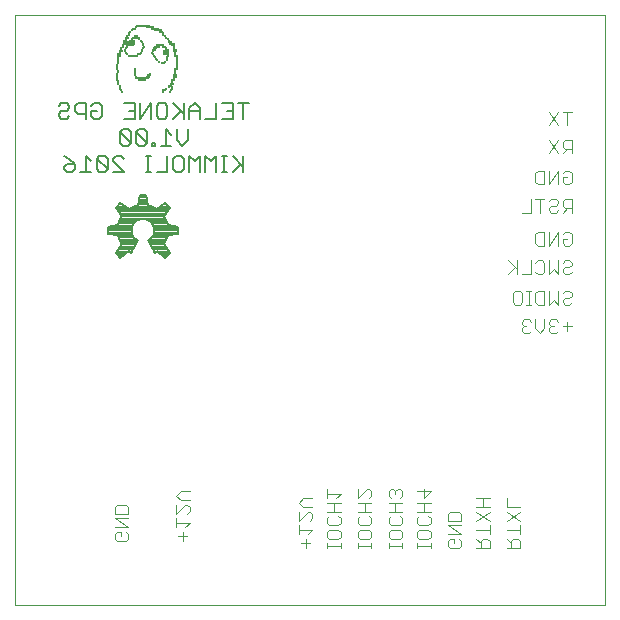
<source format=gbo>
G75*
%MOIN*%
%OFA0B0*%
%FSLAX25Y25*%
%IPPOS*%
%LPD*%
%AMOC8*
5,1,8,0,0,1.08239X$1,22.5*
%
%ADD10C,0.00000*%
%ADD11C,0.00400*%
%ADD12C,0.00500*%
%ADD13C,0.00787*%
%ADD14R,0.00500X0.00500*%
%ADD15R,0.01000X0.00500*%
%ADD16R,0.01500X0.00500*%
%ADD17R,0.02500X0.00500*%
%ADD18R,0.04500X0.00500*%
%ADD19R,0.03500X0.00500*%
%ADD20R,0.02000X0.00500*%
%ADD21R,0.03000X0.00500*%
%ADD22R,0.04000X0.00500*%
D10*
X0000000Y0000000D02*
X0000000Y0196850D01*
X0196850Y0196850D01*
X0196850Y0000000D01*
X0000000Y0000000D01*
D11*
X0033271Y0022214D02*
X0033271Y0023722D01*
X0034025Y0024477D01*
X0035533Y0024477D01*
X0035533Y0022968D01*
X0034025Y0021460D02*
X0033271Y0022214D01*
X0034025Y0021460D02*
X0037042Y0021460D01*
X0037796Y0022214D01*
X0037796Y0023722D01*
X0037042Y0024477D01*
X0037796Y0025991D02*
X0033271Y0029008D01*
X0037796Y0029008D01*
X0037796Y0030523D02*
X0037796Y0032785D01*
X0037042Y0033539D01*
X0034025Y0033539D01*
X0033271Y0032785D01*
X0033271Y0030523D01*
X0037796Y0030523D01*
X0037796Y0025991D02*
X0033271Y0025991D01*
X0053743Y0025991D02*
X0053743Y0029008D01*
X0053743Y0027500D02*
X0058268Y0027500D01*
X0056760Y0025991D01*
X0056006Y0024477D02*
X0056006Y0021460D01*
X0057514Y0022968D02*
X0054497Y0022968D01*
X0053743Y0030523D02*
X0056760Y0033539D01*
X0057514Y0033539D01*
X0058268Y0032785D01*
X0058268Y0031277D01*
X0057514Y0030523D01*
X0053743Y0030523D02*
X0053743Y0033539D01*
X0055252Y0035054D02*
X0053743Y0036562D01*
X0055252Y0038071D01*
X0058268Y0038071D01*
X0058268Y0035054D02*
X0055252Y0035054D01*
X0094688Y0034200D02*
X0096197Y0035709D01*
X0099213Y0035709D01*
X0099213Y0032692D02*
X0096197Y0032692D01*
X0094688Y0034200D01*
X0094688Y0031177D02*
X0094688Y0028160D01*
X0097705Y0031177D01*
X0098459Y0031177D01*
X0099213Y0030423D01*
X0099213Y0028915D01*
X0098459Y0028160D01*
X0099213Y0025137D02*
X0094688Y0025137D01*
X0094688Y0023629D02*
X0094688Y0026646D01*
X0097705Y0023629D02*
X0099213Y0025137D01*
X0096951Y0022114D02*
X0096951Y0019098D01*
X0098459Y0020606D02*
X0095442Y0020606D01*
X0104137Y0020606D02*
X0104137Y0019098D01*
X0104137Y0019852D02*
X0108662Y0019852D01*
X0108662Y0019098D02*
X0108662Y0020606D01*
X0107908Y0022119D02*
X0104891Y0022119D01*
X0104137Y0022873D01*
X0104137Y0024381D01*
X0104891Y0025135D01*
X0107908Y0025135D01*
X0108662Y0024381D01*
X0108662Y0022873D01*
X0107908Y0022119D01*
X0107908Y0026650D02*
X0104891Y0026650D01*
X0104137Y0027404D01*
X0104137Y0028913D01*
X0104891Y0029667D01*
X0104137Y0031181D02*
X0108662Y0031181D01*
X0107908Y0029667D02*
X0108662Y0028913D01*
X0108662Y0027404D01*
X0107908Y0026650D01*
X0106400Y0031181D02*
X0106400Y0034198D01*
X0107154Y0035713D02*
X0108662Y0037221D01*
X0104137Y0037221D01*
X0104137Y0035713D02*
X0104137Y0038730D01*
X0104137Y0034198D02*
X0108662Y0034198D01*
X0114373Y0034198D02*
X0118898Y0034198D01*
X0118144Y0035713D02*
X0118898Y0036467D01*
X0118898Y0037975D01*
X0118144Y0038730D01*
X0117390Y0038730D01*
X0114373Y0035713D01*
X0114373Y0038730D01*
X0116636Y0034198D02*
X0116636Y0031181D01*
X0118144Y0029667D02*
X0118898Y0028913D01*
X0118898Y0027404D01*
X0118144Y0026650D01*
X0115127Y0026650D01*
X0114373Y0027404D01*
X0114373Y0028913D01*
X0115127Y0029667D01*
X0114373Y0031181D02*
X0118898Y0031181D01*
X0118144Y0025135D02*
X0115127Y0025135D01*
X0114373Y0024381D01*
X0114373Y0022873D01*
X0115127Y0022119D01*
X0118144Y0022119D01*
X0118898Y0022873D01*
X0118898Y0024381D01*
X0118144Y0025135D01*
X0118898Y0020606D02*
X0118898Y0019098D01*
X0118898Y0019852D02*
X0114373Y0019852D01*
X0114373Y0019098D02*
X0114373Y0020606D01*
X0124609Y0020606D02*
X0124609Y0019098D01*
X0124609Y0019852D02*
X0129135Y0019852D01*
X0129135Y0019098D02*
X0129135Y0020606D01*
X0128380Y0022119D02*
X0125364Y0022119D01*
X0124609Y0022873D01*
X0124609Y0024381D01*
X0125364Y0025135D01*
X0128380Y0025135D01*
X0129135Y0024381D01*
X0129135Y0022873D01*
X0128380Y0022119D01*
X0128380Y0026650D02*
X0125364Y0026650D01*
X0124609Y0027404D01*
X0124609Y0028913D01*
X0125364Y0029667D01*
X0124609Y0031181D02*
X0129135Y0031181D01*
X0128380Y0029667D02*
X0129135Y0028913D01*
X0129135Y0027404D01*
X0128380Y0026650D01*
X0126872Y0031181D02*
X0126872Y0034198D01*
X0125364Y0035713D02*
X0124609Y0036467D01*
X0124609Y0037975D01*
X0125364Y0038730D01*
X0126118Y0038730D01*
X0126872Y0037975D01*
X0126872Y0037221D01*
X0126872Y0037975D02*
X0127626Y0038730D01*
X0128380Y0038730D01*
X0129135Y0037975D01*
X0129135Y0036467D01*
X0128380Y0035713D01*
X0129135Y0034198D02*
X0124609Y0034198D01*
X0134058Y0034198D02*
X0138583Y0034198D01*
X0136321Y0034198D02*
X0136321Y0031181D01*
X0137829Y0029667D02*
X0138583Y0028913D01*
X0138583Y0027404D01*
X0137829Y0026650D01*
X0134812Y0026650D01*
X0134058Y0027404D01*
X0134058Y0028913D01*
X0134812Y0029667D01*
X0134058Y0031181D02*
X0138583Y0031181D01*
X0144294Y0030423D02*
X0144294Y0028160D01*
X0148820Y0028160D01*
X0148820Y0030423D01*
X0148065Y0031177D01*
X0145049Y0031177D01*
X0144294Y0030423D01*
X0144294Y0026646D02*
X0148820Y0026646D01*
X0148820Y0023629D02*
X0144294Y0026646D01*
X0144294Y0023629D02*
X0148820Y0023629D01*
X0148065Y0022114D02*
X0148820Y0021360D01*
X0148820Y0019852D01*
X0148065Y0019098D01*
X0145049Y0019098D01*
X0144294Y0019852D01*
X0144294Y0021360D01*
X0145049Y0022114D01*
X0146557Y0022114D01*
X0146557Y0020606D01*
X0138583Y0020606D02*
X0138583Y0019098D01*
X0138583Y0019852D02*
X0134058Y0019852D01*
X0134058Y0019098D02*
X0134058Y0020606D01*
X0134812Y0022119D02*
X0134058Y0022873D01*
X0134058Y0024381D01*
X0134812Y0025135D01*
X0137829Y0025135D01*
X0138583Y0024381D01*
X0138583Y0022873D01*
X0137829Y0022119D01*
X0134812Y0022119D01*
X0136321Y0035713D02*
X0136321Y0038730D01*
X0138583Y0037975D02*
X0136321Y0035713D01*
X0138583Y0037975D02*
X0134058Y0037975D01*
X0153743Y0035709D02*
X0158268Y0035709D01*
X0156006Y0035709D02*
X0156006Y0032692D01*
X0158268Y0032692D02*
X0153743Y0032692D01*
X0153743Y0031177D02*
X0158268Y0028160D01*
X0158268Y0026646D02*
X0158268Y0023629D01*
X0158268Y0025137D02*
X0153743Y0025137D01*
X0153743Y0028160D02*
X0158268Y0031177D01*
X0163980Y0031177D02*
X0168505Y0028160D01*
X0168505Y0026646D02*
X0168505Y0023629D01*
X0168505Y0025137D02*
X0163980Y0025137D01*
X0163980Y0028160D02*
X0168505Y0031177D01*
X0168505Y0032692D02*
X0163980Y0032692D01*
X0163980Y0035709D01*
X0163980Y0022114D02*
X0165488Y0020606D01*
X0165488Y0021360D02*
X0165488Y0019098D01*
X0163980Y0019098D02*
X0168505Y0019098D01*
X0168505Y0021360D01*
X0167750Y0022114D01*
X0166242Y0022114D01*
X0165488Y0021360D01*
X0158268Y0021360D02*
X0158268Y0019098D01*
X0153743Y0019098D01*
X0155252Y0019098D02*
X0155252Y0021360D01*
X0156006Y0022114D01*
X0157514Y0022114D01*
X0158268Y0021360D01*
X0155252Y0020606D02*
X0153743Y0022114D01*
X0169770Y0090751D02*
X0171278Y0090751D01*
X0172033Y0091505D01*
X0173547Y0092260D02*
X0173547Y0095276D01*
X0172033Y0094522D02*
X0171278Y0095276D01*
X0169770Y0095276D01*
X0169016Y0094522D01*
X0169016Y0093768D01*
X0169770Y0093014D01*
X0169016Y0092260D01*
X0169016Y0091505D01*
X0169770Y0090751D01*
X0169770Y0093014D02*
X0170524Y0093014D01*
X0173547Y0092260D02*
X0175056Y0090751D01*
X0176564Y0092260D01*
X0176564Y0095276D01*
X0178079Y0094522D02*
X0178079Y0093768D01*
X0178833Y0093014D01*
X0178079Y0092260D01*
X0178079Y0091505D01*
X0178833Y0090751D01*
X0180341Y0090751D01*
X0181095Y0091505D01*
X0179587Y0093014D02*
X0178833Y0093014D01*
X0178079Y0094522D02*
X0178833Y0095276D01*
X0180341Y0095276D01*
X0181095Y0094522D01*
X0182610Y0093014D02*
X0185627Y0093014D01*
X0184118Y0094522D02*
X0184118Y0091505D01*
X0183364Y0100200D02*
X0184873Y0100200D01*
X0185627Y0100954D01*
X0184873Y0102463D02*
X0183364Y0102463D01*
X0182610Y0101708D01*
X0182610Y0100954D01*
X0183364Y0100200D01*
X0181095Y0100200D02*
X0179587Y0101708D01*
X0178079Y0100200D01*
X0178079Y0104725D01*
X0176564Y0104725D02*
X0174301Y0104725D01*
X0173547Y0103971D01*
X0173547Y0100954D01*
X0174301Y0100200D01*
X0176564Y0100200D01*
X0176564Y0104725D01*
X0181095Y0104725D02*
X0181095Y0100200D01*
X0182610Y0103971D02*
X0183364Y0104725D01*
X0184873Y0104725D01*
X0185627Y0103971D01*
X0185627Y0103217D01*
X0184873Y0102463D01*
X0184873Y0110436D02*
X0183364Y0110436D01*
X0182610Y0111190D01*
X0182610Y0111945D01*
X0183364Y0112699D01*
X0184873Y0112699D01*
X0185627Y0113453D01*
X0185627Y0114207D01*
X0184873Y0114961D01*
X0183364Y0114961D01*
X0182610Y0114207D01*
X0181095Y0114961D02*
X0181095Y0110436D01*
X0179587Y0111945D01*
X0178079Y0110436D01*
X0178079Y0114961D01*
X0176564Y0114207D02*
X0176564Y0111190D01*
X0175810Y0110436D01*
X0174301Y0110436D01*
X0173547Y0111190D01*
X0172033Y0110436D02*
X0169016Y0110436D01*
X0167501Y0110436D02*
X0167501Y0114961D01*
X0166747Y0112699D02*
X0164484Y0110436D01*
X0167501Y0111945D02*
X0164484Y0114961D01*
X0172033Y0114961D02*
X0172033Y0110436D01*
X0173547Y0114207D02*
X0174301Y0114961D01*
X0175810Y0114961D01*
X0176564Y0114207D01*
X0176564Y0119885D02*
X0174301Y0119885D01*
X0173547Y0120639D01*
X0173547Y0123656D01*
X0174301Y0124410D01*
X0176564Y0124410D01*
X0176564Y0119885D01*
X0178079Y0119885D02*
X0178079Y0124410D01*
X0181095Y0124410D02*
X0178079Y0119885D01*
X0181095Y0119885D02*
X0181095Y0124410D01*
X0182610Y0123656D02*
X0183364Y0124410D01*
X0184873Y0124410D01*
X0185627Y0123656D01*
X0185627Y0120639D01*
X0184873Y0119885D01*
X0183364Y0119885D01*
X0182610Y0120639D01*
X0182610Y0122148D01*
X0184118Y0122148D01*
X0182610Y0130909D02*
X0184118Y0132417D01*
X0183364Y0132417D02*
X0185627Y0132417D01*
X0185627Y0130909D02*
X0185627Y0135434D01*
X0183364Y0135434D01*
X0182610Y0134680D01*
X0182610Y0133171D01*
X0183364Y0132417D01*
X0181095Y0131663D02*
X0180341Y0130909D01*
X0178833Y0130909D01*
X0178079Y0131663D01*
X0178079Y0132417D01*
X0178833Y0133171D01*
X0180341Y0133171D01*
X0181095Y0133925D01*
X0181095Y0134680D01*
X0180341Y0135434D01*
X0178833Y0135434D01*
X0178079Y0134680D01*
X0176564Y0135434D02*
X0173547Y0135434D01*
X0175056Y0135434D02*
X0175056Y0130909D01*
X0172033Y0130909D02*
X0169016Y0130909D01*
X0172033Y0130909D02*
X0172033Y0135434D01*
X0174301Y0140357D02*
X0173547Y0141112D01*
X0173547Y0144128D01*
X0174301Y0144883D01*
X0176564Y0144883D01*
X0176564Y0140357D01*
X0174301Y0140357D01*
X0178079Y0140357D02*
X0178079Y0144883D01*
X0181095Y0144883D02*
X0178079Y0140357D01*
X0181095Y0140357D02*
X0181095Y0144883D01*
X0182610Y0144128D02*
X0183364Y0144883D01*
X0184873Y0144883D01*
X0185627Y0144128D01*
X0185627Y0141112D01*
X0184873Y0140357D01*
X0183364Y0140357D01*
X0182610Y0141112D01*
X0182610Y0142620D01*
X0184118Y0142620D01*
X0182610Y0150594D02*
X0184118Y0152102D01*
X0183364Y0152102D02*
X0185627Y0152102D01*
X0185627Y0150594D02*
X0185627Y0155119D01*
X0183364Y0155119D01*
X0182610Y0154365D01*
X0182610Y0152856D01*
X0183364Y0152102D01*
X0181095Y0150594D02*
X0178079Y0155119D01*
X0181095Y0155119D02*
X0178079Y0150594D01*
X0178079Y0160043D02*
X0181095Y0164568D01*
X0182610Y0164568D02*
X0185627Y0164568D01*
X0184118Y0164568D02*
X0184118Y0160043D01*
X0181095Y0160043D02*
X0178079Y0164568D01*
X0185627Y0111190D02*
X0184873Y0110436D01*
X0172033Y0104725D02*
X0170524Y0104725D01*
X0171278Y0104725D02*
X0171278Y0100200D01*
X0170524Y0100200D02*
X0172033Y0100200D01*
X0169012Y0100954D02*
X0168257Y0100200D01*
X0166749Y0100200D01*
X0165995Y0100954D01*
X0165995Y0103971D01*
X0166749Y0104725D01*
X0168257Y0104725D01*
X0169012Y0103971D01*
X0169012Y0100954D01*
D12*
X0076233Y0144344D02*
X0076233Y0149755D01*
X0075331Y0147050D02*
X0072626Y0144344D01*
X0070795Y0144344D02*
X0068992Y0144344D01*
X0069894Y0144344D02*
X0069894Y0149755D01*
X0070795Y0149755D02*
X0068992Y0149755D01*
X0067170Y0149755D02*
X0065367Y0147951D01*
X0063563Y0149755D01*
X0063563Y0144344D01*
X0061732Y0144344D02*
X0061732Y0149755D01*
X0059929Y0147951D01*
X0058126Y0149755D01*
X0058126Y0144344D01*
X0056295Y0145246D02*
X0055393Y0144344D01*
X0053590Y0144344D01*
X0052688Y0145246D01*
X0052688Y0148853D01*
X0053590Y0149755D01*
X0055393Y0149755D01*
X0056295Y0148853D01*
X0056295Y0145246D01*
X0050857Y0144344D02*
X0047250Y0144344D01*
X0045419Y0144344D02*
X0043616Y0144344D01*
X0044518Y0144344D02*
X0044518Y0149755D01*
X0045419Y0149755D02*
X0043616Y0149755D01*
X0043158Y0153203D02*
X0041355Y0153203D01*
X0040453Y0154104D01*
X0040453Y0157711D01*
X0044060Y0154104D01*
X0043158Y0153203D01*
X0044060Y0154104D02*
X0044060Y0157711D01*
X0043158Y0158613D01*
X0041355Y0158613D01*
X0040453Y0157711D01*
X0038622Y0157711D02*
X0037720Y0158613D01*
X0035917Y0158613D01*
X0035015Y0157711D01*
X0038622Y0154104D01*
X0037720Y0153203D01*
X0035917Y0153203D01*
X0035015Y0154104D01*
X0035015Y0157711D01*
X0038622Y0157711D02*
X0038622Y0154104D01*
X0035455Y0149755D02*
X0036356Y0148853D01*
X0035455Y0149755D02*
X0033651Y0149755D01*
X0032750Y0148853D01*
X0032750Y0147951D01*
X0036356Y0144344D01*
X0032750Y0144344D01*
X0030919Y0145246D02*
X0027312Y0148853D01*
X0027312Y0145246D01*
X0028214Y0144344D01*
X0030017Y0144344D01*
X0030919Y0145246D01*
X0030919Y0148853D01*
X0030017Y0149755D01*
X0028214Y0149755D01*
X0027312Y0148853D01*
X0025481Y0147951D02*
X0023678Y0149755D01*
X0023678Y0144344D01*
X0025481Y0144344D02*
X0021874Y0144344D01*
X0020043Y0145246D02*
X0020043Y0147050D01*
X0017338Y0147050D01*
X0016437Y0146148D01*
X0016437Y0145246D01*
X0017338Y0144344D01*
X0019142Y0144344D01*
X0020043Y0145246D01*
X0020043Y0147050D02*
X0018240Y0148853D01*
X0016437Y0149755D01*
X0017329Y0162061D02*
X0015526Y0162061D01*
X0014624Y0162963D01*
X0014624Y0163864D01*
X0015526Y0164766D01*
X0017329Y0164766D01*
X0018231Y0165668D01*
X0018231Y0166569D01*
X0017329Y0167471D01*
X0015526Y0167471D01*
X0014624Y0166569D01*
X0018231Y0162963D02*
X0017329Y0162061D01*
X0020062Y0164766D02*
X0020963Y0163864D01*
X0023669Y0163864D01*
X0023669Y0162061D02*
X0023669Y0167471D01*
X0020963Y0167471D01*
X0020062Y0166569D01*
X0020062Y0164766D01*
X0025499Y0164766D02*
X0025499Y0162963D01*
X0026401Y0162061D01*
X0028205Y0162061D01*
X0029106Y0162963D01*
X0029106Y0166569D01*
X0028205Y0167471D01*
X0026401Y0167471D01*
X0025499Y0166569D01*
X0025499Y0164766D02*
X0027303Y0164766D01*
X0036375Y0162061D02*
X0039982Y0162061D01*
X0039982Y0167471D01*
X0036375Y0167471D01*
X0038178Y0164766D02*
X0039982Y0164766D01*
X0041813Y0162061D02*
X0041813Y0167471D01*
X0045419Y0167471D02*
X0041813Y0162061D01*
X0045419Y0162061D02*
X0045419Y0167471D01*
X0047250Y0166569D02*
X0048152Y0167471D01*
X0049955Y0167471D01*
X0050857Y0166569D01*
X0050857Y0162963D01*
X0049955Y0162061D01*
X0048152Y0162061D01*
X0047250Y0162963D01*
X0047250Y0166569D01*
X0052688Y0167471D02*
X0056295Y0163864D01*
X0055393Y0164766D02*
X0052688Y0162061D01*
X0054047Y0158613D02*
X0054047Y0155006D01*
X0055851Y0153203D01*
X0057654Y0155006D01*
X0057654Y0158613D01*
X0058126Y0162061D02*
X0058126Y0165668D01*
X0059929Y0167471D01*
X0061732Y0165668D01*
X0061732Y0162061D01*
X0063563Y0162061D02*
X0067170Y0162061D01*
X0067170Y0167471D01*
X0069001Y0167471D02*
X0072608Y0167471D01*
X0072608Y0162061D01*
X0069001Y0162061D01*
X0070805Y0164766D02*
X0072608Y0164766D01*
X0074439Y0167471D02*
X0078046Y0167471D01*
X0076242Y0167471D02*
X0076242Y0162061D01*
X0072626Y0149755D02*
X0076233Y0146148D01*
X0067170Y0144344D02*
X0067170Y0149755D01*
X0052216Y0153203D02*
X0048610Y0153203D01*
X0050413Y0153203D02*
X0050413Y0158613D01*
X0052216Y0156810D01*
X0056295Y0162061D02*
X0056295Y0167471D01*
X0058126Y0164766D02*
X0061732Y0164766D01*
X0046779Y0154104D02*
X0045877Y0154104D01*
X0045877Y0153203D01*
X0046779Y0153203D01*
X0046779Y0154104D01*
X0050857Y0149755D02*
X0050857Y0144344D01*
D13*
X0043849Y0136757D02*
X0041584Y0136757D01*
X0041117Y0133228D01*
X0040034Y0132941D01*
X0038998Y0132512D01*
X0038029Y0131949D01*
X0035204Y0134114D01*
X0033603Y0132513D01*
X0035768Y0129687D01*
X0035204Y0128718D01*
X0034775Y0127683D01*
X0034489Y0126599D01*
X0030960Y0126132D01*
X0030960Y0123868D01*
X0034489Y0123401D01*
X0034775Y0122317D01*
X0035204Y0121282D01*
X0035768Y0120313D01*
X0033603Y0117487D01*
X0035204Y0115886D01*
X0038029Y0118051D01*
X0038846Y0117565D01*
X0040957Y0121620D01*
X0040344Y0122019D01*
X0039817Y0122528D01*
X0039398Y0123128D01*
X0039102Y0123797D01*
X0038938Y0124510D01*
X0038914Y0125242D01*
X0039031Y0125964D01*
X0039283Y0126651D01*
X0039662Y0127277D01*
X0040154Y0127819D01*
X0040740Y0128257D01*
X0041399Y0128575D01*
X0042107Y0128761D01*
X0042837Y0128808D01*
X0043563Y0128715D01*
X0044258Y0128484D01*
X0044896Y0128125D01*
X0045453Y0127651D01*
X0045909Y0127079D01*
X0046248Y0126430D01*
X0046456Y0125728D01*
X0046527Y0125000D01*
X0046464Y0124311D01*
X0046277Y0123645D01*
X0045974Y0123023D01*
X0045563Y0122467D01*
X0045058Y0121994D01*
X0044476Y0121620D01*
X0046587Y0117565D01*
X0047404Y0118051D01*
X0050229Y0115886D01*
X0051830Y0117487D01*
X0049666Y0120313D01*
X0050229Y0121282D01*
X0050658Y0122317D01*
X0050945Y0123401D01*
X0054473Y0123868D01*
X0054473Y0126132D01*
X0050945Y0126599D01*
X0050658Y0127683D01*
X0050229Y0128718D01*
X0049666Y0129687D01*
X0051830Y0132513D01*
X0050229Y0134114D01*
X0047404Y0131949D01*
X0046435Y0132512D01*
X0045399Y0132941D01*
X0044316Y0133228D01*
X0043849Y0136757D01*
X0043850Y0136749D02*
X0041583Y0136749D01*
X0041479Y0135963D02*
X0043954Y0135963D01*
X0044058Y0135177D02*
X0041375Y0135177D01*
X0041271Y0134391D02*
X0044162Y0134391D01*
X0044266Y0133605D02*
X0041167Y0133605D01*
X0039740Y0132819D02*
X0045693Y0132819D01*
X0047259Y0132033D02*
X0038175Y0132033D01*
X0037919Y0132033D02*
X0033970Y0132033D01*
X0033909Y0132819D02*
X0036893Y0132819D01*
X0035868Y0133605D02*
X0034695Y0133605D01*
X0034572Y0131247D02*
X0050861Y0131247D01*
X0050259Y0130462D02*
X0035174Y0130462D01*
X0035761Y0129676D02*
X0049672Y0129676D01*
X0050129Y0128890D02*
X0035304Y0128890D01*
X0034950Y0128104D02*
X0040535Y0128104D01*
X0039699Y0127318D02*
X0034679Y0127318D01*
X0033980Y0126532D02*
X0039239Y0126532D01*
X0038995Y0125746D02*
X0030960Y0125746D01*
X0030960Y0124960D02*
X0038923Y0124960D01*
X0039015Y0124174D02*
X0030960Y0124174D01*
X0034492Y0123388D02*
X0039283Y0123388D01*
X0039765Y0122602D02*
X0034700Y0122602D01*
X0034983Y0121816D02*
X0040656Y0121816D01*
X0040650Y0121031D02*
X0035350Y0121031D01*
X0035715Y0120245D02*
X0040241Y0120245D01*
X0039832Y0119459D02*
X0035113Y0119459D01*
X0034511Y0118673D02*
X0039423Y0118673D01*
X0039014Y0117887D02*
X0038305Y0117887D01*
X0037815Y0117887D02*
X0033909Y0117887D01*
X0033989Y0117101D02*
X0036789Y0117101D01*
X0035764Y0116315D02*
X0034775Y0116315D01*
X0044783Y0121031D02*
X0050083Y0121031D01*
X0049718Y0120245D02*
X0045192Y0120245D01*
X0045601Y0119459D02*
X0050320Y0119459D01*
X0050922Y0118673D02*
X0046010Y0118673D01*
X0046419Y0117887D02*
X0047128Y0117887D01*
X0047618Y0117887D02*
X0051524Y0117887D01*
X0051444Y0117101D02*
X0048644Y0117101D01*
X0049670Y0116315D02*
X0050658Y0116315D01*
X0050450Y0121816D02*
X0044781Y0121816D01*
X0045663Y0122602D02*
X0050733Y0122602D01*
X0050941Y0123388D02*
X0046152Y0123388D01*
X0046425Y0124174D02*
X0054473Y0124174D01*
X0054473Y0124960D02*
X0046523Y0124960D01*
X0046451Y0125746D02*
X0054473Y0125746D01*
X0051453Y0126532D02*
X0046195Y0126532D01*
X0045719Y0127318D02*
X0050754Y0127318D01*
X0050483Y0128104D02*
X0044921Y0128104D01*
X0047514Y0132033D02*
X0051463Y0132033D01*
X0051524Y0132819D02*
X0048540Y0132819D01*
X0049566Y0133605D02*
X0050738Y0133605D01*
D14*
X0051807Y0171102D03*
X0052307Y0172102D03*
X0052307Y0172602D03*
X0051307Y0172602D03*
X0049307Y0171102D03*
X0050807Y0181602D03*
X0050807Y0182102D03*
X0050807Y0182602D03*
X0046807Y0182602D03*
X0046307Y0183102D03*
X0045807Y0184102D03*
X0042807Y0185602D03*
X0042807Y0186602D03*
X0042807Y0187102D03*
X0042307Y0184602D03*
X0037307Y0186102D03*
X0036807Y0185102D03*
X0036807Y0184602D03*
X0034307Y0180602D03*
X0034307Y0178102D03*
X0034307Y0177602D03*
X0035807Y0171102D03*
D15*
X0035557Y0171602D03*
X0035057Y0172102D03*
X0035057Y0172602D03*
X0035057Y0173102D03*
X0034557Y0173602D03*
X0034557Y0174102D03*
X0034557Y0174602D03*
X0034057Y0175102D03*
X0034057Y0175602D03*
X0034057Y0176102D03*
X0034057Y0176602D03*
X0034057Y0177102D03*
X0034057Y0178602D03*
X0034057Y0179102D03*
X0034057Y0179602D03*
X0034057Y0180102D03*
X0034557Y0181102D03*
X0034557Y0181602D03*
X0034557Y0182102D03*
X0034557Y0182602D03*
X0035057Y0184102D03*
X0035557Y0185102D03*
X0035557Y0185602D03*
X0036057Y0186102D03*
X0036057Y0186602D03*
X0037057Y0185602D03*
X0037057Y0184102D03*
X0037557Y0183602D03*
X0042057Y0184102D03*
X0042557Y0185102D03*
X0043057Y0186102D03*
X0042557Y0187602D03*
X0042057Y0188102D03*
X0041557Y0188602D03*
X0039057Y0188602D03*
X0037557Y0189602D03*
X0038057Y0190102D03*
X0038057Y0190602D03*
X0038557Y0191102D03*
X0039057Y0191602D03*
X0040557Y0192602D03*
X0037057Y0188602D03*
X0046057Y0184602D03*
X0046057Y0183602D03*
X0047057Y0182102D03*
X0047557Y0181602D03*
X0048057Y0181102D03*
X0050057Y0181102D03*
X0051057Y0183102D03*
X0053557Y0183602D03*
X0053557Y0184102D03*
X0054057Y0182602D03*
X0054057Y0182102D03*
X0054057Y0181602D03*
X0054057Y0181102D03*
X0054057Y0180602D03*
X0054057Y0180102D03*
X0054057Y0179602D03*
X0054057Y0179102D03*
X0053557Y0178102D03*
X0053557Y0177602D03*
X0053557Y0177102D03*
X0053057Y0175602D03*
X0052557Y0174602D03*
X0052557Y0174102D03*
X0052057Y0171602D03*
X0050557Y0172102D03*
X0045057Y0177102D03*
X0040557Y0176102D03*
X0040057Y0176602D03*
X0040057Y0177102D03*
X0040057Y0177602D03*
X0040057Y0178102D03*
X0040057Y0178602D03*
X0050557Y0185602D03*
X0053057Y0185602D03*
X0053057Y0186102D03*
X0051557Y0188102D03*
X0051057Y0188602D03*
X0050557Y0189102D03*
X0050057Y0189602D03*
X0049557Y0190102D03*
X0049557Y0190602D03*
D16*
X0048807Y0191102D03*
X0051807Y0187602D03*
X0052807Y0186602D03*
X0053307Y0185102D03*
X0053307Y0184602D03*
X0053807Y0183102D03*
X0050807Y0185102D03*
X0049807Y0186102D03*
X0046807Y0185602D03*
X0046307Y0185102D03*
X0041307Y0183602D03*
X0036807Y0188102D03*
X0037307Y0189102D03*
X0040307Y0189602D03*
X0039807Y0192102D03*
X0035307Y0184602D03*
X0034807Y0183602D03*
X0034807Y0183102D03*
X0044307Y0176102D03*
X0044807Y0176602D03*
X0049307Y0180602D03*
X0053807Y0178602D03*
X0053307Y0176602D03*
X0053307Y0176102D03*
X0052807Y0175102D03*
X0052307Y0173602D03*
X0051807Y0173102D03*
X0049807Y0171602D03*
D17*
X0042307Y0175102D03*
X0038307Y0186602D03*
X0040307Y0189102D03*
X0046807Y0192102D03*
X0047807Y0191602D03*
D18*
X0042807Y0193102D03*
X0042307Y0175602D03*
D19*
X0039307Y0183102D03*
D20*
X0039057Y0188102D03*
X0047557Y0186102D03*
X0050557Y0184602D03*
X0050557Y0184102D03*
X0050557Y0183602D03*
X0052557Y0187102D03*
D21*
X0048557Y0186602D03*
X0045057Y0192602D03*
D22*
X0038057Y0187602D03*
X0038057Y0187102D03*
M02*

</source>
